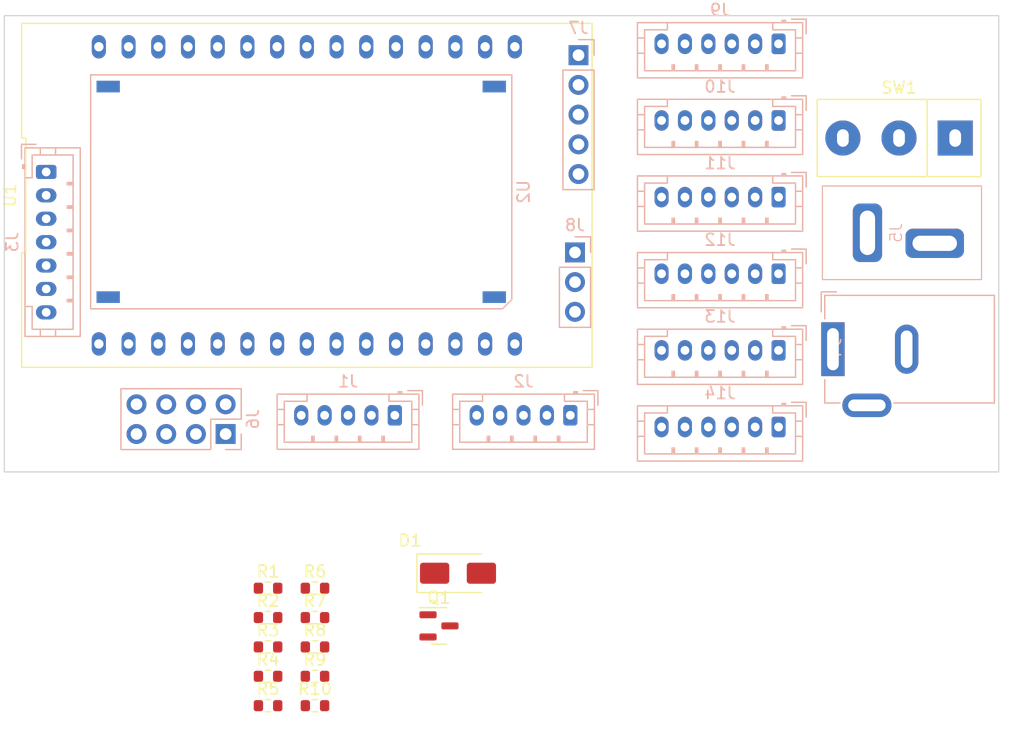
<source format=kicad_pcb>
(kicad_pcb (version 20221018) (generator pcbnew)
  (layers (0 "F.Cu" signal) (31 "B.Cu" signal) (34 "B.Paste" user) (35 "F.Paste" user) (36 "B.SilkS" user "B.Silkscreen") (37 "F.SilkS" user "F.Silkscreen") (38 "B.Mask" user) (39 "F.Mask" user) (44 "Edge.Cuts" user))
  (net 0 "")
  (net 1 "+5V")
  (net 2 "Net-(D1-A)")
  (net 3 "/MOT_PWM_RIGHT")
  (net 4 "GND")
  (net 5 "/MOT_CW_RIGHT")
  (net 6 "Net-(J1-Pin_4)")
  (net 7 "+24V")
  (net 8 "/MOT_PWM_LEFT")
  (net 9 "/MOT_CW_LEFT")
  (net 10 "Net-(J2-Pin_4)")
  (net 11 "/LDS_TX")
  (net 12 "/LDS_RX")
  (net 13 "/LDS_MOT_PWM")
  (net 14 "/LDS_MOT_EN")
  (net 16 "+3V3")
  (net 17 "/GPIO32_TOUCH")
  (net 18 "/GPIO27_TOUCH")
  (net 19 "/GPIO26_TOUCH")
  (net 20 "/GPIO4_TOUCH")
  (net 21 "/GPIO12_OUT_STRAP")
  (net 22 "Net-(J7-Pin_3)")
  (net 23 "/GPIO5_BOOT_STRAP")
  (net 24 "/I2C_SCL")
  (net 25 "/I2C_SDA")
  (net 26 "/I2C_INT")
  (net 27 "Net-(Q1-G)")
  (net 28 "/MOT_FG_LEFT")
  (net 29 "/MOT_FG_RIGHT")
  (net 30 "/GPIO39_IN")
  (net 31 "/BAT_ADC")
  (net 34 "/SERVO_REAR")
  (net 38 "+BATT")
  (footprint "Makerspet:SWITCH" (layer "F.Cu") (at 186.5 88.3 180)
    (fp_text reference "SW1" (at 0 4.3) (layer "F.SilkS"))
    (fp_text value "SS12D10")
    (pad "1" thru_hole rect (at -4.8 0 180) (size 3 3) (drill oval 1 1.5) (layers "*.Cu" "*.Mask") (net 38 "+BATT"))
    (pad "2" thru_hole circle (at 0 0 180) (size 3 3) (drill oval 1 1.5) (layers "*.Cu" "*.Mask") (net 7 "+24V"))
    (pad "3" thru_hole circle (at 4.8 0 180) (size 3 3) (drill oval 1 1.5) (layers "*.Cu" "*.Mask"))
  )
  (footprint "Resistor_SMD:R_0603_1608Metric" (layer "F.Cu") (at 132.565 134.31)
    (fp_text reference "R4" (at 0 -1.43) (layer "F.SilkS"))
    (fp_text value "10k")
    (pad "1" smd roundrect (at -0.825 0) (size 0.8 0.95) (layers "F.Cu" "F.Paste" "F.Mask") (net 29 "/MOT_FG_RIGHT"))
    (pad "2" smd roundrect (at 0.825 0) (size 0.8 0.95) (layers "F.Cu" "F.Paste" "F.Mask") (net 6 "Net-(J1-Pin_4)"))
  )
  (footprint "Makerspet:ESP-32" (layer "F.Cu") (at 135.88 93.2)
    (fp_text reference "U1" (at -25.38 0 90) (layer "F.SilkS"))
    (fp_text value "ESP32 DEV KIT 30-pin")
    (pad "1" thru_hole oval (at -17.78 12.7) (size 1.2 2) (drill 0.8) (layers "*.Cu" "*.Mask") (net 16 "+3V3"))
    (pad "2" thru_hole oval (at -15.24 12.7) (size 1.2 2) (drill 0.8) (layers "*.Cu" "*.Mask") (net 4 "GND"))
    (pad "3" thru_hole oval (at -12.7 12.7) (size 1.2 2) (drill 0.8) (layers "*.Cu" "*.Mask") (net 13 "/LDS_MOT_PWM"))
    (pad "4" thru_hole oval (at -10.16 12.7) (size 1.2 2) (drill 0.8) (layers "*.Cu" "*.Mask"))
    (pad "5" thru_hole oval (at -7.62 12.7) (size 1.2 2) (drill 0.8) (layers "*.Cu" "*.Mask") (net 20 "/GPIO4_TOUCH"))
    (pad "6" thru_hole oval (at -5.08 12.7) (size 1.2 2) (drill 0.8) (layers "*.Cu" "*.Mask") (net 11 "/LDS_TX"))
    (pad "7" thru_hole oval (at -2.54 12.7) (size 1.2 2) (drill 0.8) (layers "*.Cu" "*.Mask") (net 12 "/LDS_RX"))
    (pad "8" thru_hole oval (at 0 12.7) (size 1.2 2) (drill 0.8) (layers "*.Cu" "*.Mask") (net 23 "/GPIO5_BOOT_STRAP"))
    (pad "9" thru_hole oval (at 2.54 12.7) (size 1.2 2) (drill 0.8) (layers "*.Cu" "*.Mask") (net 34 "/SERVO_REAR"))
    (pad "10" thru_hole oval (at 5.08 12.7) (size 1.2 2) (drill 0.8) (layers "*.Cu" "*.Mask") (net 14 "/LDS_MOT_EN"))
    (pad "11" thru_hole oval (at 7.62 12.7) (size 1.2 2) (drill 0.8) (layers "*.Cu" "*.Mask") (net 25 "/I2C_SDA"))
    (pad "12" thru_hole oval (at 10.16 12.7) (size 1.2 2) (drill 0.8) (layers "*.Cu" "*.Mask"))
    (pad "13" thru_hole oval (at 12.7 12.7) (size 1.2 2) (drill 0.8) (layers "*.Cu" "*.Mask"))
    (pad "14" thru_hole oval (at 15.24 12.7) (size 1.2 2) (drill 0.8) (layers "*.Cu" "*.Mask") (net 24 "/I2C_SCL"))
    (pad "15" thru_hole oval (at 17.78 12.7) (size 1.2 2) (drill 0.8) (layers "*.Cu" "*.Mask") (net 9 "/MOT_CW_LEFT"))
    (pad "16" thru_hole oval (at 17.78 -12.7) (size 1.2 2) (drill 0.8) (layers "*.Cu" "*.Mask"))
    (pad "17" thru_hole oval (at 15.24 -12.7) (size 1.2 2) (drill 0.8) (layers "*.Cu" "*.Mask") (net 31 "/BAT_ADC"))
    (pad "18" thru_hole oval (at 12.7 -12.7) (size 1.2 2) (drill 0.8) (layers "*.Cu" "*.Mask") (net 30 "/GPIO39_IN"))
    (pad "19" thru_hole oval (at 10.16 -12.7) (size 1.2 2) (drill 0.8) (layers "*.Cu" "*.Mask") (net 28 "/MOT_FG_LEFT"))
    (pad "20" thru_hole oval (at 7.62 -12.7) (size 1.2 2) (drill 0.8) (layers "*.Cu" "*.Mask") (net 29 "/MOT_FG_RIGHT"))
    (pad "21" thru_hole oval (at 5.08 -12.7) (size 1.2 2) (drill 0.8) (layers "*.Cu" "*.Mask") (net 17 "/GPIO32_TOUCH"))
    (pad "22" thru_hole oval (at 2.54 -12.7) (size 1.2 2) (drill 0.8) (layers "*.Cu" "*.Mask") (net 8 "/MOT_PWM_LEFT"))
    (pad "23" thru_hole oval (at 0 -12.7) (size 1.2 2) (drill 0.8) (layers "*.Cu" "*.Mask") (net 5 "/MOT_CW_RIGHT"))
    (pad "24" thru_hole oval (at -2.54 -12.7) (size 1.2 2) (drill 0.8) (layers "*.Cu" "*.Mask") (net 19 "/GPIO26_TOUCH"))
    (pad "25" thru_hole oval (at -5.08 -12.7) (size 1.2 2) (drill 0.8) (layers "*.Cu" "*.Mask") (net 18 "/GPIO27_TOUCH"))
    (pad "26" thru_hole oval (at -7.62 -12.7) (size 1.2 2) (drill 0.8) (layers "*.Cu" "*.Mask") (net 26 "/I2C_INT"))
    (pad "27" thru_hole oval (at -10.16 -12.7) (size 1.2 2) (drill 0.8) (layers "*.Cu" "*.Mask") (net 21 "/GPIO12_OUT_STRAP"))
    (pad "28" thru_hole oval (at -12.7 -12.7) (size 1.2 2) (drill 0.8) (layers "*.Cu" "*.Mask") (net 3 "/MOT_PWM_RIGHT"))
    (pad "29" thru_hole oval (at -15.24 -12.7) (size 1.2 2) (drill 0.8) (layers "*.Cu" "*.Mask") (net 4 "GND"))
    (pad "30" thru_hole oval (at -17.78 -12.7) (size 1.2 2) (drill 0.8) (layers "*.Cu" "*.Mask") (net 1 "+5V"))
  )
  (footprint "Resistor_SMD:R_0603_1608Metric" (layer "F.Cu") (at 136.575 136.82)
    (fp_text reference "R10" (at 0 -1.43) (layer "F.SilkS"))
    (fp_text value "4.7k")
    (pad "1" smd roundrect (at -0.825 0) (size 0.8 0.95) (layers "F.Cu" "F.Paste" "F.Mask") (net 16 "+3V3"))
    (pad "2" smd roundrect (at 0.825 0) (size 0.8 0.95) (layers "F.Cu" "F.Paste" "F.Mask") (net 25 "/I2C_SDA"))
  )
  (footprint "Diode_SMD:D_SMA" (layer "F.Cu") (at 148.8 125.5)
    (fp_text reference "D1" (at -4.1 -2.8) (layer "F.SilkS"))
    (fp_text value "CGRA4004-G")
    (pad "1" smd roundrect (at -2 0) (size 2.5 1.8) (layers "F.Cu" "F.Paste" "F.Mask") (roundrect_rratio 0.1388888889) (net 1 "+5V"))
    (pad "2" smd roundrect (at 2 0) (size 2.5 1.8) (layers "F.Cu" "F.Paste" "F.Mask") (roundrect_rratio 0.1388888889) (net 2 "Net-(D1-A)"))
  )
  (footprint "Resistor_SMD:R_0603_1608Metric" (layer "F.Cu") (at 132.565 126.78)
    (fp_text reference "R1" (at 0 -1.43) (layer "F.SilkS"))
    (fp_text value "10k")
    (pad "1" smd roundrect (at -0.825 0) (size 0.8 0.95) (layers "F.Cu" "F.Paste" "F.Mask") (net 8 "/MOT_PWM_LEFT"))
    (pad "2" smd roundrect (at 0.825 0) (size 0.8 0.95) (layers "F.Cu" "F.Paste" "F.Mask") (net 4 "GND"))
  )
  (footprint "Resistor_SMD:R_0603_1608Metric" (layer "F.Cu") (at 136.575 126.78)
    (fp_text reference "R6" (at 0 -1.43) (layer "F.SilkS"))
    (fp_text value "10k")
    (pad "1" smd roundrect (at -0.825 0) (size 0.8 0.95) (layers "F.Cu" "F.Paste" "F.Mask") (net 14 "/LDS_MOT_EN"))
    (pad "2" smd roundrect (at 0.825 0) (size 0.8 0.95) (layers "F.Cu" "F.Paste" "F.Mask") (net 4 "GND"))
  )
  (footprint "Package_TO_SOT_SMD:SOT-23" (layer "F.Cu") (at 147.175 130)
    (fp_text reference "Q1" (at 0 -2.4) (layer "F.SilkS"))
    (fp_text value "BSS123")
    (pad "1" smd roundrect (at -0.9375 -0.95) (size 1.475 0.6) (layers "F.Cu" "F.Paste" "F.Mask") (net 27 "Net-(Q1-G)"))
    (pad "2" smd roundrect (at -0.9375 0.95) (size 1.475 0.6) (layers "F.Cu" "F.Paste" "F.Mask") (net 2 "Net-(D1-A)"))
    (pad "3" smd roundrect (at 0.9375 0) (size 1.475 0.6) (layers "F.Cu" "F.Paste" "F.Mask") (net 4 "GND"))
  )
  (footprint "Resistor_SMD:R_0603_1608Metric" (layer "F.Cu") (at 132.565 129.29)
    (fp_text reference "R2" (at 0 -1.43) (layer "F.SilkS"))
    (fp_text value "10k")
    (pad "1" smd roundrect (at -0.825 0) (size 0.8 0.95) (layers "F.Cu" "F.Paste" "F.Mask") (net 3 "/MOT_PWM_RIGHT"))
    (pad "2" smd roundrect (at 0.825 0) (size 0.8 0.95) (layers "F.Cu" "F.Paste" "F.Mask") (net 4 "GND"))
  )
  (footprint "Resistor_SMD:R_0603_1608Metric" (layer "F.Cu") (at 136.575 131.8)
    (fp_text reference "R8" (at 0 -1.43) (layer "F.SilkS"))
    (fp_text value "200k")
    (pad "1" smd roundrect (at -0.825 0) (size 0.8 0.95) (layers "F.Cu" "F.Paste" "F.Mask") (net 31 "/BAT_ADC"))
    (pad "2" smd roundrect (at 0.825 0) (size 0.8 0.95) (layers "F.Cu" "F.Paste" "F.Mask") (net 7 "+24V"))
  )
  (footprint "Resistor_SMD:R_0603_1608Metric" (layer "F.Cu") (at 136.575 134.31)
    (fp_text reference "R9" (at 0 -1.43) (layer "F.SilkS"))
    (fp_text value "100k")
    (pad "1" smd roundrect (at -0.825 0) (size 0.8 0.95) (layers "F.Cu" "F.Paste" "F.Mask") (net 4 "GND"))
    (pad "2" smd roundrect (at 0.825 0) (size 0.8 0.95) (layers "F.Cu" "F.Paste" "F.Mask") (net 31 "/BAT_ADC"))
  )
  (footprint "Resistor_SMD:R_0603_1608Metric" (layer "F.Cu") (at 132.565 131.8)
    (fp_text reference "R3" (at 0 -1.43) (layer "F.SilkS"))
    (fp_text value "10k")
    (pad "1" smd roundrect (at -0.825 0) (size 0.8 0.95) (layers "F.Cu" "F.Paste" "F.Mask") (net 28 "/MOT_FG_LEFT"))
    (pad "2" smd roundrect (at 0.825 0) (size 0.8 0.95) (layers "F.Cu" "F.Paste" "F.Mask") (net 10 "Net-(J2-Pin_4)"))
  )
  (footprint "Resistor_SMD:R_0603_1608Metric" (layer "F.Cu") (at 132.565 136.82)
    (fp_text reference "R5" (at 0 -1.43) (layer "F.SilkS"))
    (fp_text value "1k")
    (pad "1" smd roundrect (at -0.825 0) (size 0.8 0.95) (layers "F.Cu" "F.Paste" "F.Mask") (net 27 "Net-(Q1-G)"))
    (pad "2" smd roundrect (at 0.825 0) (size 0.8 0.95) (layers "F.Cu" "F.Paste" "F.Mask") (net 14 "/LDS_MOT_EN"))
  )
  (footprint "Resistor_SMD:R_0603_1608Metric" (layer "F.Cu") (at 136.575 129.29)
    (fp_text reference "R7" (at 0 -1.43) (layer "F.SilkS"))
    (fp_text value "10k")
    (pad "1" smd roundrect (at -0.825 0) (size 0.8 0.95) (layers "F.Cu" "F.Paste" "F.Mask") (net 30 "/GPIO39_IN"))
    (pad "2" smd roundrect (at 0.825 0) (size 0.8 0.95) (layers "F.Cu" "F.Paste" "F.Mask") (net 22 "Net-(J7-Pin_3)"))
  )
  (footprint "Connector_JST:JST_PH_B6B-PH-K_1x06_P2.00mm_Vertical" (layer "B.Cu") (at 176.2 80.25 180)
    (fp_text reference "J9" (at 5 2.9) (layer "B.SilkS") (effects (justify mirror)))
    (fp_text value "JST PH F")
    (pad "1" thru_hole roundrect (at 0 0 180) (size 1.2 1.75) (drill 0.75) (layers "*.Cu" "*.Mask") (roundrect_rratio 0.208333) (net 1 "+5V"))
    (pad "2" thru_hole oval (at 2 0 180) (size 1.2 1.75) (drill 0.75) (layers "*.Cu" "*.Mask") (net 16 "+3V3"))
    (pad "3" thru_hole oval (at 4 0 180) (size 1.2 1.75) (drill 0.75) (layers "*.Cu" "*.Mask") (net 24 "/I2C_SCL"))
    (pad "4" thru_hole oval (at 6 0 180) (size 1.2 1.75) (drill 0.75) (layers "*.Cu" "*.Mask") (net 25 "/I2C_SDA"))
    (pad "5" thru_hole oval (at 8 0 180) (size 1.2 1.75) (drill 0.75) (layers "*.Cu" "*.Mask") (net 26 "/I2C_INT"))
    (pad "6" thru_hole oval (at 10 0 180) (size 1.2 1.75) (drill 0.75) (layers "*.Cu" "*.Mask") (net 4 "GND"))
  )
  (footprint "Makerspet:Mini560-Pro" (layer "B.Cu") (at 135.4 92.9 180)
    (fp_text reference "U2" (at -19 0 90) (layer "B.SilkS") (effects (justify mirror)))
    (fp_text value "Mini560-Pro")
    (pad "1" smd rect (at -16.5 -9 180) (size 2 1) (layers "B.Cu" "B.Paste" "B.Mask") (net 4 "GND"))
    (pad "2" smd rect (at 16.5 -9 180) (size 2 1) (layers "B.Cu" "B.Paste" "B.Mask") (net 4 "GND"))
    (pad "3" smd rect (at 16.5 9 180) (size 2 1) (layers "B.Cu" "B.Paste" "B.Mask") (net 1 "+5V"))
    (pad "4" smd rect (at -16.5 9 180) (size 2 1) (layers "B.Cu" "B.Paste" "B.Mask") (net 7 "+24V"))
  )
  (footprint "Connector_JST:JST_PH_B6B-PH-K_1x06_P2.00mm_Vertical" (layer "B.Cu") (at 176.2 99.9 180)
    (fp_text reference "J12" (at 5 2.9) (layer "B.SilkS") (effects (justify mirror)))
    (fp_text value "JST PH F")
    (pad "1" thru_hole roundrect (at 0 0 180) (size 1.2 1.75) (drill 0.75) (layers "*.Cu" "*.Mask") (roundrect_rratio 0.208333) (net 1 "+5V"))
    (pad "2" thru_hole oval (at 2 0 180) (size 1.2 1.75) (drill 0.75) (layers "*.Cu" "*.Mask") (net 16 "+3V3"))
    (pad "3" thru_hole oval (at 4 0 180) (size 1.2 1.75) (drill 0.75) (layers "*.Cu" "*.Mask") (net 24 "/I2C_SCL"))
    (pad "4" thru_hole oval (at 6 0 180) (size 1.2 1.75) (drill 0.75) (layers "*.Cu" "*.Mask") (net 25 "/I2C_SDA"))
    (pad "5" thru_hole oval (at 8 0 180) (size 1.2 1.75) (drill 0.75) (layers "*.Cu" "*.Mask") (net 26 "/I2C_INT"))
    (pad "6" thru_hole oval (at 10 0 180) (size 1.2 1.75) (drill 0.75) (layers "*.Cu" "*.Mask") (net 4 "GND"))
  )
  (footprint "Connector_JST:JST_PH_B5B-PH-K_1x05_P2.00mm_Vertical" (layer "B.Cu") (at 143.4 112 180)
    (fp_text reference "J1" (at 4 2.9) (layer "B.SilkS") (effects (justify mirror)))
    (fp_text value "JST PH F")
    (pad "1" thru_hole roundrect (at 0 0 180) (size 1.2 1.75) (drill 0.75) (layers "*.Cu" "*.Mask") (roundrect_rratio 0.208333) (net 3 "/MOT_PWM_RIGHT"))
    (pad "2" thru_hole oval (at 2 0 180) (size 1.2 1.75) (drill 0.75) (layers "*.Cu" "*.Mask") (net 4 "GND"))
    (pad "3" thru_hole oval (at 4 0 180) (size 1.2 1.75) (drill 0.75) (layers "*.Cu" "*.Mask") (net 5 "/MOT_CW_RIGHT"))
    (pad "4" thru_hole oval (at 6 0 180) (size 1.2 1.75) (drill 0.75) (layers "*.Cu" "*.Mask") (net 6 "Net-(J1-Pin_4)"))
    (pad "5" thru_hole oval (at 8 0 180) (size 1.2 1.75) (drill 0.75) (layers "*.Cu" "*.Mask") (net 7 "+24V"))
  )
  (footprint "Makerspet:DEANS-T-PLUG" (layer "B.Cu") (at 186.75 96.4 -90)
    (fp_text reference "J5" (at 0 0.5 90 unlocked) (layer "B.SilkS") (effects (font (thickness 0.1)) (justify mirror)))
    (fp_text value "Deans T-Plug M")
    (pad "1" thru_hole roundrect (at 0 2.95 270) (size 5 2.5) (drill oval 3.8 1.3) (layers "*.Cu" "*.Mask") (net 38 "+BATT"))
    (pad "2" thru_hole roundrect (at 0.9 -2.8 270) (size 2.5 5) (drill oval 1.3 3.8) (layers "*.Cu" "*.Mask") (net 4 "GND"))
  )
  (footprint "Connector_JST:JST_PH_B6B-PH-K_1x06_P2.00mm_Vertical" (layer "B.Cu") (at 176.2 106.45 180)
    (fp_text reference "J13" (at 5 2.9) (layer "B.SilkS") (effects (justify mirror)))
    (fp_text value "JST PH F")
    (pad "1" thru_hole roundrect (at 0 0 180) (size 1.2 1.75) (drill 0.75) (layers "*.Cu" "*.Mask") (roundrect_rratio 0.208333) (net 1 "+5V"))
    (pad "2" thru_hole oval (at 2 0 180) (size 1.2 1.75) (drill 0.75) (layers "*.Cu" "*.Mask") (net 16 "+3V3"))
    (pad "3" thru_hole oval (at 4 0 180) (size 1.2 1.75) (drill 0.75) (layers "*.Cu" "*.Mask") (net 24 "/I2C_SCL"))
    (pad "4" thru_hole oval (at 6 0 180) (size 1.2 1.75) (drill 0.75) (layers "*.Cu" "*.Mask") (net 25 "/I2C_SDA"))
    (pad "5" thru_hole oval (at 8 0 180) (size 1.2 1.75) (drill 0.75) (layers "*.Cu" "*.Mask") (net 26 "/I2C_INT"))
    (pad "6" thru_hole oval (at 10 0 180) (size 1.2 1.75) (drill 0.75) (layers "*.Cu" "*.Mask") (net 4 "GND"))
  )
  (footprint "Connector_PinHeader_2.54mm:PinHeader_1x03_P2.54mm_Vertical" (layer "B.Cu") (at 158.8 98.075 180)
    (fp_text reference "J8" (at 0 2.33) (layer "B.SilkS") (effects (justify mirror)))
    (fp_text value "Header F")
    (pad "1" thru_hole rect (at 0 0 180) (size 1.7 1.7) (drill 1) (layers "*.Cu" "*.Mask") (net 1 "+5V"))
    (pad "2" thru_hole oval (at 0 -2.54 180) (size 1.7 1.7) (drill 1) (layers "*.Cu" "*.Mask") (net 23 "/GPIO5_BOOT_STRAP"))
    (pad "3" thru_hole oval (at 0 -5.08 180) (size 1.7 1.7) (drill 1) (layers "*.Cu" "*.Mask") (net 4 "GND"))
  )
  (footprint "Connector_BarrelJack:BarrelJack_GCT_DCJ200-10-A_Horizontal" (layer "B.Cu") (at 180.85 106.35 -90)
    (fp_text reference "J4" (at -0.1 -0.2 90) (layer "B.SilkS") (effects (justify mirror)))
    (fp_text value "DC-005 5.5x2.1mm")
    (pad "1" thru_hole rect (at 0 0 270) (size 4.6 2) (drill oval 3.6 1) (layers "*.Cu" "*.Mask") (net 38 "+BATT"))
    (pad "2" thru_hole oval (at 0 -6.3 270) (size 4.2 2) (drill oval 3.2 1) (layers "*.Cu" "*.Mask") (net 4 "GND"))
    (pad "3" thru_hole oval (at 4.8 -2.9 270) (size 2 4.2) (drill oval 1 3.2) (layers "*.Cu" "*.Mask"))
  )
  (footprint "Connector_JST:JST_PH_B6B-PH-K_1x06_P2.00mm_Vertical" (layer "B.Cu") (at 176.2 93.35 180)
    (fp_text reference "J11" (at 5 2.9) (layer "B.SilkS") (effects (justify mirror)))
    (fp_text value "JST PH F")
    (pad "1" thru_hole roundrect (at 0 0 180) (size 1.2 1.75) (drill 0.75) (layers "*.Cu" "*.Mask") (roundrect_rratio 0.208333) (net 1 "+5V"))
    (pad "2" thru_hole oval (at 2 0 180) (size 1.2 1.75) (drill 0.75) (layers "*.Cu" "*.Mask") (net 16 "+3V3"))
    (pad "3" thru_hole oval (at 4 0 180) (size 1.2 1.75) (drill 0.75) (layers "*.Cu" "*.Mask") (net 24 "/I2C_SCL"))
    (pad "4" thru_hole oval (at 6 0 180) (size 1.2 1.75) (drill 0.75) (layers "*.Cu" "*.Mask") (net 25 "/I2C_SDA"))
    (pad "5" thru_hole oval (at 8 0 180) (size 1.2 1.75) (drill 0.75) (layers "*.Cu" "*.Mask") (net 26 "/I2C_INT"))
    (pad "6" thru_hole oval (at 10 0 180) (size 1.2 1.75) (drill 0.75) (layers "*.Cu" "*.Mask") (net 4 "GND"))
  )
  (footprint "Connector_JST:JST_PH_B7B-PH-K_1x07_P2.00mm_Vertical" (layer "B.Cu") (at 113.6 91.2 -90)
    (fp_text reference "J3" (at 6 2.9 90) (layer "B.SilkS") (effects (justify mirror)))
    (fp_text value "JST PH F")
    (pad "1" thru_hole roundrect (at 0 0 270) (size 1.2 1.75) (drill 0.75) (layers "*.Cu" "*.Mask") (roundrect_rratio 0.208333) (net 1 "+5V"))
    (pad "2" thru_hole oval (at 2 0 270) (size 1.2 1.75) (drill 0.75) (layers "*.Cu" "*.Mask") (net 11 "/LDS_TX"))
    (pad "3" thru_hole oval (at 4 0 270) (size 1.2 1.75) (drill 0.75) (layers "*.Cu" "*.Mask") (net 12 "/LDS_RX"))
    (pad "4" thru_hole oval (at 6 0 270) (size 1.2 1.75) (drill 0.75) (layers "*.Cu" "*.Mask") (net 4 "GND"))
    (pad "5" thru_hole oval (at 8 0 270) (size 1.2 1.75) (drill 0.75) (layers "*.Cu" "*.Mask") (net 13 "/LDS_MOT_PWM"))
    (pad "6" thru_hole oval (at 10 0 270) (size 1.2 1.75) (drill 0.75) (layers "*.Cu" "*.Mask") (net 2 "Net-(D1-A)"))
    (pad "7" thru_hole oval (at 12 0 270) (size 1.2 1.75) (drill 0.75) (layers "*.Cu" "*.Mask") (net 14 "/LDS_MOT_EN"))
  )
  (footprint "Connector_PinHeader_2.54mm:PinHeader_2x04_P2.54mm_Vertical" (layer "B.Cu") (at 128.94 113.6 90)
    (fp_text reference "J6" (at 1.27 2.33 90) (layer "B.SilkS") (effects (justify mirror)))
    (fp_text value "Header F")
    (pad "1" thru_hole rect (at 0 0 90) (size 1.7 1.7) (drill 1) (layers "*.Cu" "*.Mask") (net 17 "/GPIO32_TOUCH"))
    (pad "2" thru_hole oval (at 2.54 0 90) (size 1.7 1.7) (drill 1) (layers "*.Cu" "*.Mask") (net 18 "/GPIO27_TOUCH"))
    (pad "3" thru_hole oval (at 0 -2.54 90) (size 1.7 1.7) (drill 1) (layers "*.Cu" "*.Mask") (net 19 "/GPIO26_TOUCH"))
    (pad "4" thru_hole oval (at 2.54 -2.54 90) (size 1.7 1.7) (drill 1) (layers "*.Cu" "*.Mask") (net 20 "/GPIO4_TOUCH"))
    (pad "5" thru_hole oval (at 0 -5.08 90) (size 1.7 1.7) (drill 1) (layers "*.Cu" "*.Mask") (net 1 "+5V"))
    (pad "6" thru_hole oval (at 2.54 -5.08 90) (size 1.7 1.7) (drill 1) (layers "*.Cu" "*.Mask") (net 16 "+3V3"))
    (pad "7" thru_hole oval (at 0 -7.62 90) (size 1.7 1.7) (drill 1) (layers "*.Cu" "*.Mask") (net 4 "GND"))
    (pad "8" thru_hole oval (at 2.54 -7.62 90) (size 1.7 1.7) (drill 1) (layers "*.Cu" "*.Mask") (net 4 "GND"))
  )
  (footprint "Connector_PinHeader_2.54mm:PinHeader_1x05_P2.54mm_Vertical" (layer "B.Cu") (at 159.1 81.22 180)
    (fp_text reference "J7" (at 0 2.33) (layer "B.SilkS") (effects (justify mirror)))
    (fp_text value "Header F")
    (pad "1" thru_hole rect (at 0 0 180) (size 1.7 1.7) (drill 1) (layers "*.Cu" "*.Mask") (net 1 "+5V"))
    (pad "2" thru_hole oval (at 0 -2.54 180) (size 1.7 1.7) (drill 1) (layers "*.Cu" "*.Mask") (net 21 "/GPIO12_OUT_STRAP"))
    (pad "3" thru_hole oval (at 0 -5.08 180) (size 1.7 1.7) (drill 1) (layers "*.Cu" "*.Mask") (net 22 "Net-(J7-Pin_3)"))
    (pad "4" thru_hole oval (at 0 -7.62 180) (size 1.7 1.7) (drill 1) (layers "*.Cu" "*.Mask") (net 4 "GND"))
    (pad "5" thru_hole oval (at 0 -10.16 180) (size 1.7 1.7) (drill 1) (layers "*.Cu" "*.Mask") (net 4 "GND"))
  )
  (footprint "Connector_JST:JST_PH_B6B-PH-K_1x06_P2.00mm_Vertical" (layer "B.Cu") (at 176.2 113 180)
    (fp_text reference "J14" (at 5 2.9) (layer "B.SilkS") (effects (justify mirror)))
    (fp_text value "JST PH F")
    (pad "1" thru_hole roundrect (at 0 0 180) (size 1.2 1.75) (drill 0.75) (layers "*.Cu" "*.Mask") (roundrect_rratio 0.208333) (net 1 "+5V"))
    (pad "2" thru_hole oval (at 2 0 180) (size 1.2 1.75) (drill 0.75) (layers "*.Cu" "*.Mask") (net 16 "+3V3"))
    (pad "3" thru_hole oval (at 4 0 180) (size 1.2 1.75) (drill 0.75) (layers "*.Cu" "*.Mask") (net 24 "/I2C_SCL"))
    (pad "4" thru_hole oval (at 6 0 180) (size 1.2 1.75) (drill 0.75) (layers "*.Cu" "*.Mask") (net 25 "/I2C_SDA"))
    (pad "5" thru_hole oval (at 8 0 180) (size 1.2 1.75) (drill 0.75) (layers "*.Cu" "*.Mask") (net 26 "/I2C_INT"))
    (pad "6" thru_hole oval (at 10 0 180) (size 1.2 1.75) (drill 0.75) (layers "*.Cu" "*.Mask") (net 4 "GND"))
  )
  (footprint "Connector_JST:JST_PH_B6B-PH-K_1x06_P2.00mm_Vertical" (layer "B.Cu") (at 176.2 86.8 180)
    (fp_text reference "J10" (at 5 2.9) (layer "B.SilkS") (effects (justify mirror)))
    (fp_text value "JST PH F")
    (pad "1" thru_hole roundrect (at 0 0 180) (size 1.2 1.75) (drill 0.75) (layers "*.Cu" "*.Mask") (roundrect_rratio 0.208333) (net 1 "+5V"))
    (pad "2" thru_hole oval (at 2 0 180) (size 1.2 1.75) (drill 0.75) (layers "*.Cu" "*.Mask") (net 16 "+3V3"))
    (pad "3" thru_hole oval (at 4 0 180) (size 1.2 1.75) (drill 0.75) (layers "*.Cu" "*.Mask") (net 24 "/I2C_SCL"))
    (pad "4" thru_hole oval (at 6 0 180) (size 1.2 1.75) (drill 0.75) (layers "*.Cu" "*.Mask") (net 25 "/I2C_SDA"))
    (pad "5" thru_hole oval (at 8 0 180) (size 1.2 1.75) (drill 0.75) (layers "*.Cu" "*.Mask") (net 26 "/I2C_INT"))
    (pad "6" thru_hole oval (at 10 0 180) (size 1.2 1.75) (drill 0.75) (layers "*.Cu" "*.Mask") (net 4 "GND"))
  )
  (footprint "Connector_JST:JST_PH_B5B-PH-K_1x05_P2.00mm_Vertical" (layer "B.Cu") (at 158.4 112 180)
    (fp_text reference "J2" (at 4 2.9 -360) (layer "B.SilkS") (effects (justify mirror)))
    (fp_text value "JST PH F")
    (pad "1" thru_hole roundrect (at 0 0 180) (size 1.2 1.75) (drill 0.75) (layers "*.Cu" "*.Mask") (roundrect_rratio 0.208333) (net 8 "/MOT_PWM_LEFT"))
    (pad "2" thru_hole oval (at 2 0 180) (size 1.2 1.75) (drill 0.75) (layers "*.Cu" "*.Mask") (net 4 "GND"))
    (pad "3" thru_hole oval (at 4 0 180) (size 1.2 1.75) (drill 0.75) (layers "*.Cu" "*.Mask") (net 9 "/MOT_CW_LEFT"))
    (pad "4" thru_hole oval (at 6 0 180) (size 1.2 1.75) (drill 0.75) (layers "*.Cu" "*.Mask") (net 10 "Net-(J2-Pin_4)"))
    (pad "5" thru_hole oval (at 8 0 180) (size 1.2 1.75) (drill 0.75) (layers "*.Cu" "*.Mask") (net 7 "+24V"))
  )
  (gr_rect (start 110.02 77.84) (end 195.02 116.84) (stroke (width 0.1)) (fill none) (layer "Edge.Cuts"))
)
</source>
